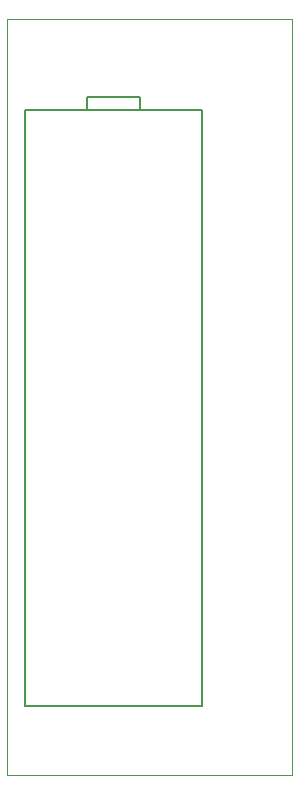
<source format=gbo>
G75*
%MOIN*%
%OFA0B0*%
%FSLAX24Y24*%
%IPPOS*%
%LPD*%
%AMOC8*
5,1,8,0,0,1.08239X$1,22.5*
%
%ADD10C,0.0000*%
%ADD11C,0.0050*%
D10*
X000180Y000180D02*
X000180Y025380D01*
X009680Y025380D01*
X009680Y000180D01*
X000180Y000180D01*
D11*
X000774Y002480D02*
X006680Y002480D01*
X006680Y022362D01*
X004613Y022362D01*
X004613Y022795D01*
X002841Y022795D01*
X002841Y022362D01*
X000774Y022362D01*
X000774Y002480D01*
X002841Y022362D02*
X004613Y022362D01*
M02*

</source>
